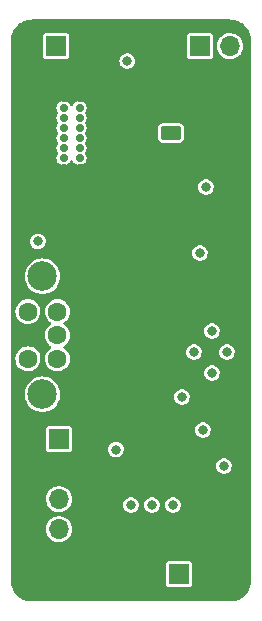
<source format=gbr>
%TF.GenerationSoftware,KiCad,Pcbnew,(6.0.7)*%
%TF.CreationDate,2022-10-01T16:55:56-07:00*%
%TF.ProjectId,dso150_mod,64736f31-3530-45f6-9d6f-642e6b696361,1.0*%
%TF.SameCoordinates,Original*%
%TF.FileFunction,Copper,L2,Inr*%
%TF.FilePolarity,Positive*%
%FSLAX46Y46*%
G04 Gerber Fmt 4.6, Leading zero omitted, Abs format (unit mm)*
G04 Created by KiCad (PCBNEW (6.0.7)) date 2022-10-01 16:55:56*
%MOMM*%
%LPD*%
G01*
G04 APERTURE LIST*
G04 Aperture macros list*
%AMRoundRect*
0 Rectangle with rounded corners*
0 $1 Rounding radius*
0 $2 $3 $4 $5 $6 $7 $8 $9 X,Y pos of 4 corners*
0 Add a 4 corners polygon primitive as box body*
4,1,4,$2,$3,$4,$5,$6,$7,$8,$9,$2,$3,0*
0 Add four circle primitives for the rounded corners*
1,1,$1+$1,$2,$3*
1,1,$1+$1,$4,$5*
1,1,$1+$1,$6,$7*
1,1,$1+$1,$8,$9*
0 Add four rect primitives between the rounded corners*
20,1,$1+$1,$2,$3,$4,$5,0*
20,1,$1+$1,$4,$5,$6,$7,0*
20,1,$1+$1,$6,$7,$8,$9,0*
20,1,$1+$1,$8,$9,$2,$3,0*%
G04 Aperture macros list end*
%TA.AperFunction,ComponentPad*%
%ADD10R,1.700000X1.700000*%
%TD*%
%TA.AperFunction,ComponentPad*%
%ADD11O,1.700000X1.700000*%
%TD*%
%TA.AperFunction,ComponentPad*%
%ADD12RoundRect,0.250000X0.625000X-0.350000X0.625000X0.350000X-0.625000X0.350000X-0.625000X-0.350000X0*%
%TD*%
%TA.AperFunction,ComponentPad*%
%ADD13O,1.750000X1.200000*%
%TD*%
%TA.AperFunction,ComponentPad*%
%ADD14C,2.500000*%
%TD*%
%TA.AperFunction,ComponentPad*%
%ADD15C,1.600000*%
%TD*%
%TA.AperFunction,ComponentPad*%
%ADD16C,0.700000*%
%TD*%
%TA.AperFunction,ComponentPad*%
%ADD17O,2.400000X0.900000*%
%TD*%
%TA.AperFunction,ComponentPad*%
%ADD18O,1.700000X0.900000*%
%TD*%
%TA.AperFunction,ViaPad*%
%ADD19C,0.800000*%
%TD*%
G04 APERTURE END LIST*
D10*
%TO.N,/D+*%
%TO.C,J2*%
X155443000Y-75692000D03*
D11*
%TO.N,/D-*%
X157983000Y-75692000D03*
%TD*%
D12*
%TO.N,+BATT*%
%TO.C,J3*%
X152998000Y-83042000D03*
D13*
%TO.N,GND*%
X152998000Y-81042000D03*
%TD*%
D14*
%TO.N,*%
%TO.C,SW1*%
X142113000Y-95171000D03*
X142113000Y-105171000D03*
D15*
%TO.N,Net-(SW1-Pad1)*%
X143383000Y-98171000D03*
%TO.N,+9V*%
X143383000Y-100171000D03*
%TO.N,unconnected-(SW1-Pad3)*%
X143383000Y-102171000D03*
%TO.N,unconnected-(SW1-Pad4)*%
X140883000Y-98171000D03*
%TO.N,GND*%
X140883000Y-100171000D03*
%TO.N,Net-(R8-Pad2)*%
X140883000Y-102171000D03*
%TD*%
D16*
%TO.N,GND*%
%TO.C,J1*%
X145249000Y-80083000D03*
%TO.N,+5V*%
X145249000Y-80933000D03*
%TO.N,Net-(J1-PadA5)*%
X145249000Y-81783000D03*
%TO.N,/D+*%
X145249000Y-82633000D03*
%TO.N,/D-*%
X145249000Y-83483000D03*
%TO.N,unconnected-(J1-PadA8)*%
X145249000Y-84333000D03*
%TO.N,+5V*%
X145249000Y-85183000D03*
%TO.N,GND*%
X145249000Y-86033000D03*
X143899000Y-86033000D03*
%TO.N,+5V*%
X143899000Y-85183000D03*
%TO.N,Net-(J1-PadB5)*%
X143899000Y-84333000D03*
%TO.N,/D+*%
X143899000Y-83483000D03*
%TO.N,/D-*%
X143899000Y-82633000D03*
%TO.N,unconnected-(J1-PadB8)*%
X143899000Y-81783000D03*
%TO.N,+5V*%
X143899000Y-80933000D03*
%TO.N,GND*%
X143899000Y-80083000D03*
D17*
X144269000Y-87383000D03*
D18*
X140889000Y-78733000D03*
X140889000Y-87383000D03*
D17*
X144269000Y-78733000D03*
%TD*%
D10*
%TO.N,unconnected-(J6-Pad1)*%
%TO.C,J6*%
X143256000Y-75692000D03*
%TD*%
%TO.N,Net-(SW1-Pad1)*%
%TO.C,J4*%
X153670000Y-120396000D03*
D11*
%TO.N,GND*%
X156210000Y-120396000D03*
%TD*%
D10*
%TO.N,+3.3V*%
%TO.C,J5*%
X143510000Y-108976000D03*
D11*
%TO.N,GND*%
X143510000Y-111516000D03*
%TO.N,unconnected-(J5-Pad3)*%
X143510000Y-114056000D03*
%TO.N,unconnected-(J5-Pad4)*%
X143510000Y-116596000D03*
%TD*%
D19*
%TO.N,+5V*%
X141732000Y-92227500D03*
X155956000Y-87630000D03*
%TO.N,GND*%
X152400000Y-105410000D03*
X151384000Y-93218000D03*
X150368000Y-87630000D03*
X148336000Y-111760000D03*
X148907000Y-80518000D03*
X155956000Y-91694000D03*
X148907000Y-86106000D03*
X154940000Y-114554000D03*
%TO.N,+BATT*%
X155448000Y-93218000D03*
X154940000Y-101600000D03*
X157734000Y-101600000D03*
X156464000Y-99822000D03*
X153924000Y-105410000D03*
X156464000Y-103378000D03*
X155702000Y-108204000D03*
%TO.N,+9V*%
X149606000Y-114554000D03*
X153162000Y-114554000D03*
X148336000Y-109858000D03*
X151384000Y-114554000D03*
%TO.N,+3.3V*%
X149289000Y-76962000D03*
%TO.N,Net-(R8-Pad2)*%
X157480000Y-111252000D03*
%TD*%
%TA.AperFunction,Conductor*%
%TO.N,GND*%
G36*
X158007103Y-73440921D02*
G01*
X158020000Y-73443486D01*
X158032172Y-73441065D01*
X158044579Y-73441065D01*
X158044579Y-73441705D01*
X158055358Y-73441029D01*
X158239248Y-73454181D01*
X158259420Y-73455624D01*
X158277214Y-73458182D01*
X158502960Y-73507290D01*
X158520209Y-73512355D01*
X158575356Y-73532923D01*
X158736670Y-73593090D01*
X158753017Y-73600556D01*
X158955782Y-73711275D01*
X158970905Y-73720994D01*
X159155848Y-73859441D01*
X159169434Y-73871214D01*
X159332786Y-74034566D01*
X159344559Y-74048152D01*
X159483006Y-74233095D01*
X159492725Y-74248218D01*
X159603444Y-74450983D01*
X159610910Y-74467330D01*
X159655241Y-74586187D01*
X159691645Y-74683791D01*
X159696710Y-74701040D01*
X159745818Y-74926786D01*
X159748376Y-74944580D01*
X159760752Y-75117609D01*
X159762971Y-75148639D01*
X159762295Y-75159421D01*
X159762935Y-75159421D01*
X159762935Y-75171828D01*
X159760514Y-75184000D01*
X159762935Y-75196170D01*
X159763079Y-75196894D01*
X159765500Y-75221476D01*
X159765500Y-120930524D01*
X159763079Y-120955103D01*
X159760514Y-120968000D01*
X159762935Y-120980172D01*
X159762935Y-120992579D01*
X159762295Y-120992579D01*
X159762971Y-121003361D01*
X159748376Y-121207420D01*
X159745818Y-121225214D01*
X159696710Y-121450960D01*
X159691645Y-121468209D01*
X159679602Y-121500499D01*
X159610910Y-121684670D01*
X159603444Y-121701017D01*
X159492725Y-121903782D01*
X159483006Y-121918905D01*
X159344559Y-122103848D01*
X159332786Y-122117434D01*
X159169434Y-122280786D01*
X159155848Y-122292559D01*
X158970905Y-122431006D01*
X158955782Y-122440725D01*
X158753017Y-122551444D01*
X158736670Y-122558910D01*
X158575356Y-122619077D01*
X158520209Y-122639645D01*
X158502960Y-122644710D01*
X158277214Y-122693818D01*
X158259420Y-122696376D01*
X158239248Y-122697819D01*
X158055358Y-122710971D01*
X158044579Y-122710295D01*
X158044579Y-122710935D01*
X158032172Y-122710935D01*
X158020000Y-122708514D01*
X158007103Y-122711079D01*
X157982524Y-122713500D01*
X141229476Y-122713500D01*
X141204897Y-122711079D01*
X141192000Y-122708514D01*
X141179828Y-122710935D01*
X141167421Y-122710935D01*
X141167421Y-122710295D01*
X141156642Y-122710971D01*
X140972752Y-122697819D01*
X140952580Y-122696376D01*
X140934786Y-122693818D01*
X140709040Y-122644710D01*
X140691791Y-122639645D01*
X140636644Y-122619077D01*
X140475330Y-122558910D01*
X140458983Y-122551444D01*
X140256218Y-122440725D01*
X140241095Y-122431006D01*
X140056152Y-122292559D01*
X140042566Y-122280786D01*
X139879214Y-122117434D01*
X139867441Y-122103848D01*
X139728994Y-121918905D01*
X139719275Y-121903782D01*
X139608556Y-121701017D01*
X139601090Y-121684670D01*
X139532398Y-121500499D01*
X139520355Y-121468209D01*
X139515290Y-121450960D01*
X139466182Y-121225214D01*
X139463624Y-121207420D01*
X139449029Y-121003361D01*
X139449705Y-120992579D01*
X139449065Y-120992579D01*
X139449065Y-120980172D01*
X139451486Y-120968000D01*
X139448921Y-120955103D01*
X139446500Y-120930524D01*
X139446500Y-119520933D01*
X152565500Y-119520933D01*
X152565501Y-121271066D01*
X152580266Y-121345301D01*
X152636516Y-121429484D01*
X152720699Y-121485734D01*
X152794933Y-121500500D01*
X153669858Y-121500500D01*
X154545066Y-121500499D01*
X154580818Y-121493388D01*
X154607126Y-121488156D01*
X154607128Y-121488155D01*
X154619301Y-121485734D01*
X154629621Y-121478839D01*
X154629622Y-121478838D01*
X154693168Y-121436377D01*
X154703484Y-121429484D01*
X154759734Y-121345301D01*
X154774500Y-121271067D01*
X154774499Y-119520934D01*
X154759734Y-119446699D01*
X154703484Y-119362516D01*
X154619301Y-119306266D01*
X154545067Y-119291500D01*
X153670142Y-119291500D01*
X152794934Y-119291501D01*
X152759182Y-119298612D01*
X152732874Y-119303844D01*
X152732872Y-119303845D01*
X152720699Y-119306266D01*
X152710379Y-119313161D01*
X152710378Y-119313162D01*
X152649985Y-119353516D01*
X152636516Y-119362516D01*
X152580266Y-119446699D01*
X152565500Y-119520933D01*
X139446500Y-119520933D01*
X139446500Y-116566964D01*
X142401148Y-116566964D01*
X142414424Y-116769522D01*
X142415845Y-116775118D01*
X142415846Y-116775123D01*
X142436119Y-116854945D01*
X142464392Y-116966269D01*
X142466809Y-116971512D01*
X142504010Y-117052208D01*
X142549377Y-117150616D01*
X142666533Y-117316389D01*
X142811938Y-117458035D01*
X142980720Y-117570812D01*
X142986023Y-117573090D01*
X142986026Y-117573092D01*
X143074707Y-117611192D01*
X143167228Y-117650942D01*
X143240244Y-117667464D01*
X143359579Y-117694467D01*
X143359584Y-117694468D01*
X143365216Y-117695742D01*
X143370987Y-117695969D01*
X143370989Y-117695969D01*
X143430756Y-117698317D01*
X143568053Y-117703712D01*
X143668499Y-117689148D01*
X143763231Y-117675413D01*
X143763236Y-117675412D01*
X143768945Y-117674584D01*
X143774409Y-117672729D01*
X143774414Y-117672728D01*
X143955693Y-117611192D01*
X143955698Y-117611190D01*
X143961165Y-117609334D01*
X144138276Y-117510147D01*
X144200934Y-117458035D01*
X144289913Y-117384031D01*
X144294345Y-117380345D01*
X144424147Y-117224276D01*
X144523334Y-117047165D01*
X144525190Y-117041698D01*
X144525192Y-117041693D01*
X144586728Y-116860414D01*
X144586729Y-116860409D01*
X144588584Y-116854945D01*
X144589412Y-116849236D01*
X144589413Y-116849231D01*
X144617179Y-116657727D01*
X144617712Y-116654053D01*
X144619232Y-116596000D01*
X144600658Y-116393859D01*
X144599090Y-116388299D01*
X144547125Y-116204046D01*
X144547124Y-116204044D01*
X144545557Y-116198487D01*
X144534978Y-116177033D01*
X144458331Y-116021609D01*
X144455776Y-116016428D01*
X144334320Y-115853779D01*
X144185258Y-115715987D01*
X144180375Y-115712906D01*
X144180371Y-115712903D01*
X144018464Y-115610748D01*
X144013581Y-115607667D01*
X143825039Y-115532446D01*
X143819379Y-115531320D01*
X143819375Y-115531319D01*
X143631613Y-115493971D01*
X143631610Y-115493971D01*
X143625946Y-115492844D01*
X143620171Y-115492768D01*
X143620167Y-115492768D01*
X143518793Y-115491441D01*
X143422971Y-115490187D01*
X143417274Y-115491166D01*
X143417273Y-115491166D01*
X143228607Y-115523585D01*
X143222910Y-115524564D01*
X143032463Y-115594824D01*
X142858010Y-115698612D01*
X142853670Y-115702418D01*
X142853666Y-115702421D01*
X142833723Y-115719911D01*
X142705392Y-115832455D01*
X142579720Y-115991869D01*
X142577031Y-115996980D01*
X142577029Y-115996983D01*
X142564073Y-116021609D01*
X142485203Y-116171515D01*
X142425007Y-116365378D01*
X142401148Y-116566964D01*
X139446500Y-116566964D01*
X139446500Y-114026964D01*
X142401148Y-114026964D01*
X142414424Y-114229522D01*
X142415845Y-114235118D01*
X142415846Y-114235123D01*
X142458806Y-114404273D01*
X142464392Y-114426269D01*
X142466809Y-114431512D01*
X142527740Y-114563682D01*
X142549377Y-114610616D01*
X142552710Y-114615332D01*
X142634947Y-114731695D01*
X142666533Y-114776389D01*
X142811938Y-114918035D01*
X142980720Y-115030812D01*
X142986023Y-115033090D01*
X142986026Y-115033092D01*
X143161921Y-115108662D01*
X143167228Y-115110942D01*
X143240244Y-115127464D01*
X143359579Y-115154467D01*
X143359584Y-115154468D01*
X143365216Y-115155742D01*
X143370987Y-115155969D01*
X143370989Y-115155969D01*
X143430756Y-115158317D01*
X143568053Y-115163712D01*
X143668499Y-115149148D01*
X143763231Y-115135413D01*
X143763236Y-115135412D01*
X143768945Y-115134584D01*
X143774409Y-115132729D01*
X143774414Y-115132728D01*
X143955693Y-115071192D01*
X143955698Y-115071190D01*
X143961165Y-115069334D01*
X144138276Y-114970147D01*
X144200934Y-114918035D01*
X144289913Y-114844031D01*
X144294345Y-114840345D01*
X144396835Y-114717115D01*
X144420453Y-114688718D01*
X144420455Y-114688715D01*
X144424147Y-114684276D01*
X144500972Y-114547096D01*
X148946729Y-114547096D01*
X148953163Y-114605371D01*
X148962365Y-114688718D01*
X148964113Y-114704553D01*
X148966723Y-114711684D01*
X148966723Y-114711686D01*
X148991878Y-114780424D01*
X149018553Y-114853319D01*
X149022789Y-114859622D01*
X149022789Y-114859623D01*
X149098957Y-114972972D01*
X149106908Y-114984805D01*
X149112527Y-114989918D01*
X149112528Y-114989919D01*
X149157469Y-115030812D01*
X149224076Y-115091419D01*
X149363293Y-115167008D01*
X149516522Y-115207207D01*
X149600477Y-115208526D01*
X149667319Y-115209576D01*
X149667322Y-115209576D01*
X149674916Y-115209695D01*
X149829332Y-115174329D01*
X149912047Y-115132728D01*
X149964072Y-115106563D01*
X149964075Y-115106561D01*
X149970855Y-115103151D01*
X149976626Y-115098222D01*
X149976629Y-115098220D01*
X150085536Y-115005204D01*
X150085536Y-115005203D01*
X150091314Y-115000269D01*
X150183755Y-114871624D01*
X150242842Y-114724641D01*
X150249305Y-114679231D01*
X150264581Y-114571891D01*
X150264581Y-114571888D01*
X150265162Y-114567807D01*
X150265307Y-114554000D01*
X150264472Y-114547096D01*
X150724729Y-114547096D01*
X150731163Y-114605371D01*
X150740365Y-114688718D01*
X150742113Y-114704553D01*
X150744723Y-114711684D01*
X150744723Y-114711686D01*
X150769878Y-114780424D01*
X150796553Y-114853319D01*
X150800789Y-114859622D01*
X150800789Y-114859623D01*
X150876957Y-114972972D01*
X150884908Y-114984805D01*
X150890527Y-114989918D01*
X150890528Y-114989919D01*
X150935469Y-115030812D01*
X151002076Y-115091419D01*
X151141293Y-115167008D01*
X151294522Y-115207207D01*
X151378477Y-115208526D01*
X151445319Y-115209576D01*
X151445322Y-115209576D01*
X151452916Y-115209695D01*
X151607332Y-115174329D01*
X151690047Y-115132728D01*
X151742072Y-115106563D01*
X151742075Y-115106561D01*
X151748855Y-115103151D01*
X151754626Y-115098222D01*
X151754629Y-115098220D01*
X151863536Y-115005204D01*
X151863536Y-115005203D01*
X151869314Y-115000269D01*
X151961755Y-114871624D01*
X152020842Y-114724641D01*
X152027305Y-114679231D01*
X152042581Y-114571891D01*
X152042581Y-114571888D01*
X152043162Y-114567807D01*
X152043307Y-114554000D01*
X152042472Y-114547096D01*
X152502729Y-114547096D01*
X152509163Y-114605371D01*
X152518365Y-114688718D01*
X152520113Y-114704553D01*
X152522723Y-114711684D01*
X152522723Y-114711686D01*
X152547878Y-114780424D01*
X152574553Y-114853319D01*
X152578789Y-114859622D01*
X152578789Y-114859623D01*
X152654957Y-114972972D01*
X152662908Y-114984805D01*
X152668527Y-114989918D01*
X152668528Y-114989919D01*
X152713469Y-115030812D01*
X152780076Y-115091419D01*
X152919293Y-115167008D01*
X153072522Y-115207207D01*
X153156477Y-115208526D01*
X153223319Y-115209576D01*
X153223322Y-115209576D01*
X153230916Y-115209695D01*
X153385332Y-115174329D01*
X153468047Y-115132728D01*
X153520072Y-115106563D01*
X153520075Y-115106561D01*
X153526855Y-115103151D01*
X153532626Y-115098222D01*
X153532629Y-115098220D01*
X153641536Y-115005204D01*
X153641536Y-115005203D01*
X153647314Y-115000269D01*
X153739755Y-114871624D01*
X153798842Y-114724641D01*
X153805305Y-114679231D01*
X153820581Y-114571891D01*
X153820581Y-114571888D01*
X153821162Y-114567807D01*
X153821307Y-114554000D01*
X153802276Y-114396733D01*
X153746280Y-114248546D01*
X153656553Y-114117992D01*
X153538275Y-114012611D01*
X153530889Y-114008700D01*
X153404988Y-113942039D01*
X153404989Y-113942039D01*
X153398274Y-113938484D01*
X153244633Y-113899892D01*
X153237034Y-113899852D01*
X153237033Y-113899852D01*
X153171181Y-113899507D01*
X153086221Y-113899062D01*
X153078841Y-113900834D01*
X153078839Y-113900834D01*
X152939563Y-113934271D01*
X152939560Y-113934272D01*
X152932184Y-113936043D01*
X152791414Y-114008700D01*
X152672039Y-114112838D01*
X152580950Y-114242444D01*
X152523406Y-114390037D01*
X152522414Y-114397570D01*
X152522414Y-114397571D01*
X152519373Y-114420674D01*
X152502729Y-114547096D01*
X152042472Y-114547096D01*
X152024276Y-114396733D01*
X151968280Y-114248546D01*
X151878553Y-114117992D01*
X151760275Y-114012611D01*
X151752889Y-114008700D01*
X151626988Y-113942039D01*
X151626989Y-113942039D01*
X151620274Y-113938484D01*
X151466633Y-113899892D01*
X151459034Y-113899852D01*
X151459033Y-113899852D01*
X151393181Y-113899507D01*
X151308221Y-113899062D01*
X151300841Y-113900834D01*
X151300839Y-113900834D01*
X151161563Y-113934271D01*
X151161560Y-113934272D01*
X151154184Y-113936043D01*
X151013414Y-114008700D01*
X150894039Y-114112838D01*
X150802950Y-114242444D01*
X150745406Y-114390037D01*
X150744414Y-114397570D01*
X150744414Y-114397571D01*
X150741373Y-114420674D01*
X150724729Y-114547096D01*
X150264472Y-114547096D01*
X150246276Y-114396733D01*
X150190280Y-114248546D01*
X150100553Y-114117992D01*
X149982275Y-114012611D01*
X149974889Y-114008700D01*
X149848988Y-113942039D01*
X149848989Y-113942039D01*
X149842274Y-113938484D01*
X149688633Y-113899892D01*
X149681034Y-113899852D01*
X149681033Y-113899852D01*
X149615181Y-113899507D01*
X149530221Y-113899062D01*
X149522841Y-113900834D01*
X149522839Y-113900834D01*
X149383563Y-113934271D01*
X149383560Y-113934272D01*
X149376184Y-113936043D01*
X149235414Y-114008700D01*
X149116039Y-114112838D01*
X149024950Y-114242444D01*
X148967406Y-114390037D01*
X148966414Y-114397570D01*
X148966414Y-114397571D01*
X148963373Y-114420674D01*
X148946729Y-114547096D01*
X144500972Y-114547096D01*
X144523334Y-114507165D01*
X144525190Y-114501698D01*
X144525192Y-114501693D01*
X144586728Y-114320414D01*
X144586729Y-114320409D01*
X144588584Y-114314945D01*
X144589412Y-114309236D01*
X144589413Y-114309231D01*
X144617179Y-114117727D01*
X144617712Y-114114053D01*
X144619232Y-114056000D01*
X144600658Y-113853859D01*
X144599090Y-113848299D01*
X144547125Y-113664046D01*
X144547124Y-113664044D01*
X144545557Y-113658487D01*
X144534978Y-113637033D01*
X144458331Y-113481609D01*
X144455776Y-113476428D01*
X144334320Y-113313779D01*
X144185258Y-113175987D01*
X144180375Y-113172906D01*
X144180371Y-113172903D01*
X144018464Y-113070748D01*
X144013581Y-113067667D01*
X143825039Y-112992446D01*
X143819379Y-112991320D01*
X143819375Y-112991319D01*
X143631613Y-112953971D01*
X143631610Y-112953971D01*
X143625946Y-112952844D01*
X143620171Y-112952768D01*
X143620167Y-112952768D01*
X143518793Y-112951441D01*
X143422971Y-112950187D01*
X143417274Y-112951166D01*
X143417273Y-112951166D01*
X143228607Y-112983585D01*
X143222910Y-112984564D01*
X143032463Y-113054824D01*
X142858010Y-113158612D01*
X142853670Y-113162418D01*
X142853666Y-113162421D01*
X142833723Y-113179911D01*
X142705392Y-113292455D01*
X142579720Y-113451869D01*
X142577031Y-113456980D01*
X142577029Y-113456983D01*
X142564073Y-113481609D01*
X142485203Y-113631515D01*
X142425007Y-113825378D01*
X142401148Y-114026964D01*
X139446500Y-114026964D01*
X139446500Y-111245096D01*
X156820729Y-111245096D01*
X156838113Y-111402553D01*
X156892553Y-111551319D01*
X156980908Y-111682805D01*
X156986527Y-111687918D01*
X156986528Y-111687919D01*
X156997903Y-111698269D01*
X157098076Y-111789419D01*
X157237293Y-111865008D01*
X157390522Y-111905207D01*
X157474477Y-111906526D01*
X157541319Y-111907576D01*
X157541322Y-111907576D01*
X157548916Y-111907695D01*
X157703332Y-111872329D01*
X157773742Y-111836917D01*
X157838072Y-111804563D01*
X157838075Y-111804561D01*
X157844855Y-111801151D01*
X157850626Y-111796222D01*
X157850629Y-111796220D01*
X157959536Y-111703204D01*
X157959536Y-111703203D01*
X157965314Y-111698269D01*
X158057755Y-111569624D01*
X158116842Y-111422641D01*
X158139162Y-111265807D01*
X158139307Y-111252000D01*
X158120276Y-111094733D01*
X158064280Y-110946546D01*
X157974553Y-110815992D01*
X157856275Y-110710611D01*
X157848889Y-110706700D01*
X157722988Y-110640039D01*
X157722989Y-110640039D01*
X157716274Y-110636484D01*
X157562633Y-110597892D01*
X157555034Y-110597852D01*
X157555033Y-110597852D01*
X157489181Y-110597507D01*
X157404221Y-110597062D01*
X157396841Y-110598834D01*
X157396839Y-110598834D01*
X157257563Y-110632271D01*
X157257560Y-110632272D01*
X157250184Y-110634043D01*
X157109414Y-110706700D01*
X156990039Y-110810838D01*
X156898950Y-110940444D01*
X156841406Y-111088037D01*
X156820729Y-111245096D01*
X139446500Y-111245096D01*
X139446500Y-108100933D01*
X142405500Y-108100933D01*
X142405501Y-109851066D01*
X142420266Y-109925301D01*
X142476516Y-110009484D01*
X142560699Y-110065734D01*
X142634933Y-110080500D01*
X143509858Y-110080500D01*
X144385066Y-110080499D01*
X144420818Y-110073388D01*
X144447126Y-110068156D01*
X144447128Y-110068155D01*
X144459301Y-110065734D01*
X144469621Y-110058839D01*
X144469622Y-110058838D01*
X144533168Y-110016377D01*
X144543484Y-110009484D01*
X144599734Y-109925301D01*
X144614494Y-109851096D01*
X147676729Y-109851096D01*
X147683578Y-109913128D01*
X147693077Y-109999168D01*
X147694113Y-110008553D01*
X147696723Y-110015684D01*
X147696723Y-110015686D01*
X147720442Y-110080500D01*
X147748553Y-110157319D01*
X147836908Y-110288805D01*
X147842527Y-110293918D01*
X147842528Y-110293919D01*
X147853903Y-110304269D01*
X147954076Y-110395419D01*
X148093293Y-110471008D01*
X148246522Y-110511207D01*
X148330477Y-110512526D01*
X148397319Y-110513576D01*
X148397322Y-110513576D01*
X148404916Y-110513695D01*
X148559332Y-110478329D01*
X148629742Y-110442917D01*
X148694072Y-110410563D01*
X148694075Y-110410561D01*
X148700855Y-110407151D01*
X148706626Y-110402222D01*
X148706629Y-110402220D01*
X148815536Y-110309204D01*
X148815536Y-110309203D01*
X148821314Y-110304269D01*
X148913755Y-110175624D01*
X148972842Y-110028641D01*
X148987549Y-109925301D01*
X148994581Y-109875891D01*
X148994581Y-109875888D01*
X148995162Y-109871807D01*
X148995307Y-109858000D01*
X148976276Y-109700733D01*
X148920280Y-109552546D01*
X148830553Y-109421992D01*
X148712275Y-109316611D01*
X148704889Y-109312700D01*
X148578988Y-109246039D01*
X148578989Y-109246039D01*
X148572274Y-109242484D01*
X148418633Y-109203892D01*
X148411034Y-109203852D01*
X148411033Y-109203852D01*
X148345181Y-109203507D01*
X148260221Y-109203062D01*
X148252841Y-109204834D01*
X148252839Y-109204834D01*
X148113563Y-109238271D01*
X148113560Y-109238272D01*
X148106184Y-109240043D01*
X147965414Y-109312700D01*
X147846039Y-109416838D01*
X147754950Y-109546444D01*
X147697406Y-109694037D01*
X147676729Y-109851096D01*
X144614494Y-109851096D01*
X144614500Y-109851067D01*
X144614499Y-108197096D01*
X155042729Y-108197096D01*
X155060113Y-108354553D01*
X155114553Y-108503319D01*
X155202908Y-108634805D01*
X155208527Y-108639918D01*
X155208528Y-108639919D01*
X155219903Y-108650269D01*
X155320076Y-108741419D01*
X155459293Y-108817008D01*
X155612522Y-108857207D01*
X155696477Y-108858526D01*
X155763319Y-108859576D01*
X155763322Y-108859576D01*
X155770916Y-108859695D01*
X155925332Y-108824329D01*
X155995742Y-108788917D01*
X156060072Y-108756563D01*
X156060075Y-108756561D01*
X156066855Y-108753151D01*
X156072626Y-108748222D01*
X156072629Y-108748220D01*
X156181536Y-108655204D01*
X156181536Y-108655203D01*
X156187314Y-108650269D01*
X156279755Y-108521624D01*
X156338842Y-108374641D01*
X156361162Y-108217807D01*
X156361307Y-108204000D01*
X156342276Y-108046733D01*
X156286280Y-107898546D01*
X156196553Y-107767992D01*
X156078275Y-107662611D01*
X156070889Y-107658700D01*
X155944988Y-107592039D01*
X155944989Y-107592039D01*
X155938274Y-107588484D01*
X155784633Y-107549892D01*
X155777034Y-107549852D01*
X155777033Y-107549852D01*
X155711181Y-107549507D01*
X155626221Y-107549062D01*
X155618841Y-107550834D01*
X155618839Y-107550834D01*
X155479563Y-107584271D01*
X155479560Y-107584272D01*
X155472184Y-107586043D01*
X155331414Y-107658700D01*
X155212039Y-107762838D01*
X155120950Y-107892444D01*
X155063406Y-108040037D01*
X155042729Y-108197096D01*
X144614499Y-108197096D01*
X144614499Y-108100934D01*
X144607388Y-108065182D01*
X144602156Y-108038874D01*
X144602155Y-108038872D01*
X144599734Y-108026699D01*
X144543484Y-107942516D01*
X144459301Y-107886266D01*
X144385067Y-107871500D01*
X143510142Y-107871500D01*
X142634934Y-107871501D01*
X142599182Y-107878612D01*
X142572874Y-107883844D01*
X142572872Y-107883845D01*
X142560699Y-107886266D01*
X142550379Y-107893161D01*
X142550378Y-107893162D01*
X142489985Y-107933516D01*
X142476516Y-107942516D01*
X142420266Y-108026699D01*
X142405500Y-108100933D01*
X139446500Y-108100933D01*
X139446500Y-105171000D01*
X140603848Y-105171000D01*
X140622428Y-105407083D01*
X140623582Y-105411890D01*
X140623583Y-105411896D01*
X140657460Y-105553003D01*
X140677711Y-105637354D01*
X140679604Y-105641925D01*
X140679605Y-105641927D01*
X140765832Y-105850095D01*
X140768336Y-105856141D01*
X140892070Y-106058057D01*
X141045868Y-106238132D01*
X141225943Y-106391930D01*
X141427859Y-106515664D01*
X141432429Y-106517557D01*
X141432433Y-106517559D01*
X141642073Y-106604395D01*
X141642075Y-106604396D01*
X141646646Y-106606289D01*
X141726499Y-106625460D01*
X141872104Y-106660417D01*
X141872110Y-106660418D01*
X141876917Y-106661572D01*
X142113000Y-106680152D01*
X142349083Y-106661572D01*
X142353890Y-106660418D01*
X142353896Y-106660417D01*
X142499501Y-106625460D01*
X142579354Y-106606289D01*
X142583925Y-106604396D01*
X142583927Y-106604395D01*
X142793567Y-106517559D01*
X142793571Y-106517557D01*
X142798141Y-106515664D01*
X143000057Y-106391930D01*
X143180132Y-106238132D01*
X143333930Y-106058057D01*
X143457664Y-105856141D01*
X143460169Y-105850095D01*
X143546395Y-105641927D01*
X143546396Y-105641925D01*
X143548289Y-105637354D01*
X143568540Y-105553003D01*
X143602417Y-105411896D01*
X143602418Y-105411890D01*
X143603572Y-105407083D01*
X143603886Y-105403096D01*
X153264729Y-105403096D01*
X153282113Y-105560553D01*
X153336553Y-105709319D01*
X153424908Y-105840805D01*
X153430527Y-105845918D01*
X153430528Y-105845919D01*
X153436735Y-105851567D01*
X153542076Y-105947419D01*
X153681293Y-106023008D01*
X153834522Y-106063207D01*
X153918477Y-106064526D01*
X153985319Y-106065576D01*
X153985322Y-106065576D01*
X153992916Y-106065695D01*
X154147332Y-106030329D01*
X154217742Y-105994917D01*
X154282072Y-105962563D01*
X154282075Y-105962561D01*
X154288855Y-105959151D01*
X154294626Y-105954222D01*
X154294629Y-105954220D01*
X154403536Y-105861204D01*
X154403536Y-105861203D01*
X154409314Y-105856269D01*
X154501755Y-105727624D01*
X154560842Y-105580641D01*
X154583162Y-105423807D01*
X154583307Y-105410000D01*
X154564276Y-105252733D01*
X154508280Y-105104546D01*
X154418553Y-104973992D01*
X154300275Y-104868611D01*
X154292889Y-104864700D01*
X154166988Y-104798039D01*
X154166989Y-104798039D01*
X154160274Y-104794484D01*
X154006633Y-104755892D01*
X153999034Y-104755852D01*
X153999033Y-104755852D01*
X153933181Y-104755507D01*
X153848221Y-104755062D01*
X153840841Y-104756834D01*
X153840839Y-104756834D01*
X153701563Y-104790271D01*
X153701560Y-104790272D01*
X153694184Y-104792043D01*
X153553414Y-104864700D01*
X153434039Y-104968838D01*
X153342950Y-105098444D01*
X153285406Y-105246037D01*
X153264729Y-105403096D01*
X143603886Y-105403096D01*
X143622152Y-105171000D01*
X143603572Y-104934917D01*
X143587654Y-104868611D01*
X143549444Y-104709458D01*
X143548289Y-104704646D01*
X143457664Y-104485859D01*
X143333930Y-104283943D01*
X143180132Y-104103868D01*
X143000057Y-103950070D01*
X142798141Y-103826336D01*
X142793571Y-103824443D01*
X142793567Y-103824441D01*
X142583927Y-103737605D01*
X142583925Y-103737604D01*
X142579354Y-103735711D01*
X142499501Y-103716540D01*
X142353896Y-103681583D01*
X142353890Y-103681582D01*
X142349083Y-103680428D01*
X142113000Y-103661848D01*
X141876917Y-103680428D01*
X141872110Y-103681582D01*
X141872104Y-103681583D01*
X141726499Y-103716540D01*
X141646646Y-103735711D01*
X141642075Y-103737604D01*
X141642073Y-103737605D01*
X141432433Y-103824441D01*
X141432429Y-103824443D01*
X141427859Y-103826336D01*
X141225943Y-103950070D01*
X141045868Y-104103868D01*
X140892070Y-104283943D01*
X140768336Y-104485859D01*
X140677711Y-104704646D01*
X140676556Y-104709458D01*
X140638347Y-104868611D01*
X140622428Y-104934917D01*
X140603848Y-105171000D01*
X139446500Y-105171000D01*
X139446500Y-103371096D01*
X155804729Y-103371096D01*
X155822113Y-103528553D01*
X155876553Y-103677319D01*
X155880789Y-103683622D01*
X155880789Y-103683623D01*
X155917064Y-103737605D01*
X155964908Y-103808805D01*
X155970527Y-103813918D01*
X155970528Y-103813919D01*
X155981903Y-103824269D01*
X156082076Y-103915419D01*
X156221293Y-103991008D01*
X156374522Y-104031207D01*
X156458477Y-104032526D01*
X156525319Y-104033576D01*
X156525322Y-104033576D01*
X156532916Y-104033695D01*
X156687332Y-103998329D01*
X156776891Y-103953286D01*
X156822072Y-103930563D01*
X156822075Y-103930561D01*
X156828855Y-103927151D01*
X156834626Y-103922222D01*
X156834629Y-103922220D01*
X156943536Y-103829204D01*
X156943536Y-103829203D01*
X156949314Y-103824269D01*
X157041755Y-103695624D01*
X157100842Y-103548641D01*
X157123162Y-103391807D01*
X157123307Y-103378000D01*
X157104276Y-103220733D01*
X157048280Y-103072546D01*
X156958553Y-102941992D01*
X156840275Y-102836611D01*
X156832889Y-102832700D01*
X156736735Y-102781789D01*
X156700274Y-102762484D01*
X156546633Y-102723892D01*
X156539034Y-102723852D01*
X156539033Y-102723852D01*
X156473181Y-102723507D01*
X156388221Y-102723062D01*
X156380841Y-102724834D01*
X156380839Y-102724834D01*
X156241563Y-102758271D01*
X156241560Y-102758272D01*
X156234184Y-102760043D01*
X156093414Y-102832700D01*
X155974039Y-102936838D01*
X155882950Y-103066444D01*
X155880190Y-103073524D01*
X155828585Y-103205884D01*
X155825406Y-103214037D01*
X155804729Y-103371096D01*
X139446500Y-103371096D01*
X139446500Y-102156206D01*
X139823501Y-102156206D01*
X139840806Y-102362278D01*
X139897807Y-102561066D01*
X139900625Y-102566548D01*
X139900626Y-102566552D01*
X139989514Y-102739509D01*
X139989517Y-102739513D01*
X139992334Y-102744995D01*
X140120786Y-102907061D01*
X140278271Y-103041091D01*
X140458789Y-103141980D01*
X140655466Y-103205884D01*
X140860809Y-103230370D01*
X140866944Y-103229898D01*
X140866946Y-103229898D01*
X141060856Y-103214977D01*
X141060860Y-103214976D01*
X141066998Y-103214504D01*
X141266178Y-103158892D01*
X141271682Y-103156112D01*
X141271684Y-103156111D01*
X141445262Y-103068431D01*
X141445264Y-103068430D01*
X141450763Y-103065652D01*
X141613722Y-102938334D01*
X141617748Y-102933670D01*
X141617751Y-102933667D01*
X141744819Y-102786457D01*
X141744820Y-102786455D01*
X141748848Y-102781789D01*
X141850995Y-102601979D01*
X141916270Y-102405753D01*
X141942189Y-102200586D01*
X141942602Y-102171000D01*
X141941151Y-102156206D01*
X142323501Y-102156206D01*
X142340806Y-102362278D01*
X142397807Y-102561066D01*
X142400625Y-102566548D01*
X142400626Y-102566552D01*
X142489514Y-102739509D01*
X142489517Y-102739513D01*
X142492334Y-102744995D01*
X142620786Y-102907061D01*
X142778271Y-103041091D01*
X142958789Y-103141980D01*
X143155466Y-103205884D01*
X143360809Y-103230370D01*
X143366944Y-103229898D01*
X143366946Y-103229898D01*
X143560856Y-103214977D01*
X143560860Y-103214976D01*
X143566998Y-103214504D01*
X143766178Y-103158892D01*
X143771682Y-103156112D01*
X143771684Y-103156111D01*
X143945262Y-103068431D01*
X143945264Y-103068430D01*
X143950763Y-103065652D01*
X144113722Y-102938334D01*
X144117748Y-102933670D01*
X144117751Y-102933667D01*
X144244819Y-102786457D01*
X144244820Y-102786455D01*
X144248848Y-102781789D01*
X144350995Y-102601979D01*
X144416270Y-102405753D01*
X144442189Y-102200586D01*
X144442602Y-102171000D01*
X144422422Y-101965189D01*
X144362651Y-101767217D01*
X144283253Y-101617891D01*
X144270070Y-101593096D01*
X154280729Y-101593096D01*
X154298113Y-101750553D01*
X154300723Y-101757684D01*
X154300723Y-101757686D01*
X154302220Y-101761775D01*
X154352553Y-101899319D01*
X154440908Y-102030805D01*
X154446527Y-102035918D01*
X154446528Y-102035919D01*
X154457903Y-102046269D01*
X154558076Y-102137419D01*
X154697293Y-102213008D01*
X154850522Y-102253207D01*
X154934477Y-102254526D01*
X155001319Y-102255576D01*
X155001322Y-102255576D01*
X155008916Y-102255695D01*
X155163332Y-102220329D01*
X155268348Y-102167512D01*
X155298072Y-102152563D01*
X155298075Y-102152561D01*
X155304855Y-102149151D01*
X155310626Y-102144222D01*
X155310629Y-102144220D01*
X155419536Y-102051204D01*
X155419536Y-102051203D01*
X155425314Y-102046269D01*
X155517755Y-101917624D01*
X155576842Y-101770641D01*
X155599162Y-101613807D01*
X155599307Y-101600000D01*
X155598472Y-101593096D01*
X157074729Y-101593096D01*
X157092113Y-101750553D01*
X157094723Y-101757684D01*
X157094723Y-101757686D01*
X157096220Y-101761775D01*
X157146553Y-101899319D01*
X157234908Y-102030805D01*
X157240527Y-102035918D01*
X157240528Y-102035919D01*
X157251903Y-102046269D01*
X157352076Y-102137419D01*
X157491293Y-102213008D01*
X157644522Y-102253207D01*
X157728477Y-102254526D01*
X157795319Y-102255576D01*
X157795322Y-102255576D01*
X157802916Y-102255695D01*
X157957332Y-102220329D01*
X158062348Y-102167512D01*
X158092072Y-102152563D01*
X158092075Y-102152561D01*
X158098855Y-102149151D01*
X158104626Y-102144222D01*
X158104629Y-102144220D01*
X158213536Y-102051204D01*
X158213536Y-102051203D01*
X158219314Y-102046269D01*
X158311755Y-101917624D01*
X158370842Y-101770641D01*
X158393162Y-101613807D01*
X158393307Y-101600000D01*
X158391447Y-101584625D01*
X158375188Y-101450273D01*
X158374276Y-101442733D01*
X158318280Y-101294546D01*
X158248057Y-101192370D01*
X158232855Y-101170251D01*
X158232854Y-101170249D01*
X158228553Y-101163992D01*
X158110275Y-101058611D01*
X158102889Y-101054700D01*
X157976988Y-100988039D01*
X157976989Y-100988039D01*
X157970274Y-100984484D01*
X157816633Y-100945892D01*
X157809034Y-100945852D01*
X157809033Y-100945852D01*
X157743181Y-100945507D01*
X157658221Y-100945062D01*
X157650841Y-100946834D01*
X157650839Y-100946834D01*
X157511563Y-100980271D01*
X157511560Y-100980272D01*
X157504184Y-100982043D01*
X157363414Y-101054700D01*
X157244039Y-101158838D01*
X157152950Y-101288444D01*
X157150190Y-101295524D01*
X157099956Y-101424368D01*
X157095406Y-101436037D01*
X157094414Y-101443570D01*
X157094414Y-101443571D01*
X157076473Y-101579851D01*
X157074729Y-101593096D01*
X155598472Y-101593096D01*
X155597447Y-101584625D01*
X155581188Y-101450273D01*
X155580276Y-101442733D01*
X155524280Y-101294546D01*
X155454057Y-101192370D01*
X155438855Y-101170251D01*
X155438854Y-101170249D01*
X155434553Y-101163992D01*
X155316275Y-101058611D01*
X155308889Y-101054700D01*
X155182988Y-100988039D01*
X155182989Y-100988039D01*
X155176274Y-100984484D01*
X155022633Y-100945892D01*
X155015034Y-100945852D01*
X155015033Y-100945852D01*
X154949181Y-100945507D01*
X154864221Y-100945062D01*
X154856841Y-100946834D01*
X154856839Y-100946834D01*
X154717563Y-100980271D01*
X154717560Y-100980272D01*
X154710184Y-100982043D01*
X154569414Y-101054700D01*
X154450039Y-101158838D01*
X154358950Y-101288444D01*
X154356190Y-101295524D01*
X154305956Y-101424368D01*
X154301406Y-101436037D01*
X154300414Y-101443570D01*
X154300414Y-101443571D01*
X154282473Y-101579851D01*
X154280729Y-101593096D01*
X144270070Y-101593096D01*
X144268459Y-101590067D01*
X144268457Y-101590064D01*
X144265565Y-101584625D01*
X144261674Y-101579855D01*
X144261672Y-101579851D01*
X144138758Y-101429143D01*
X144138755Y-101429140D01*
X144134863Y-101424368D01*
X144127966Y-101418662D01*
X143980271Y-101296478D01*
X143980266Y-101296475D01*
X143975522Y-101292550D01*
X143957410Y-101282757D01*
X143907001Y-101232763D01*
X143891623Y-101163451D01*
X143916159Y-101096829D01*
X143948433Y-101066829D01*
X143950763Y-101065652D01*
X144113722Y-100938334D01*
X144117748Y-100933670D01*
X144117751Y-100933667D01*
X144244819Y-100786457D01*
X144244820Y-100786455D01*
X144248848Y-100781789D01*
X144350995Y-100601979D01*
X144392903Y-100475999D01*
X144414325Y-100411601D01*
X144414326Y-100411598D01*
X144416270Y-100405753D01*
X144442189Y-100200586D01*
X144442602Y-100171000D01*
X144422422Y-99965189D01*
X144377106Y-99815096D01*
X155804729Y-99815096D01*
X155813421Y-99893824D01*
X155820376Y-99956817D01*
X155822113Y-99972553D01*
X155876553Y-100121319D01*
X155880789Y-100127622D01*
X155880789Y-100127623D01*
X155912293Y-100174505D01*
X155964908Y-100252805D01*
X155970527Y-100257918D01*
X155970528Y-100257919D01*
X155981903Y-100268269D01*
X156082076Y-100359419D01*
X156221293Y-100435008D01*
X156374522Y-100475207D01*
X156458477Y-100476526D01*
X156525319Y-100477576D01*
X156525322Y-100477576D01*
X156532916Y-100477695D01*
X156687332Y-100442329D01*
X156760056Y-100405753D01*
X156822072Y-100374563D01*
X156822075Y-100374561D01*
X156828855Y-100371151D01*
X156834626Y-100366222D01*
X156834629Y-100366220D01*
X156943536Y-100273204D01*
X156943536Y-100273203D01*
X156949314Y-100268269D01*
X157041755Y-100139624D01*
X157100842Y-99992641D01*
X157123162Y-99835807D01*
X157123307Y-99822000D01*
X157104276Y-99664733D01*
X157048280Y-99516546D01*
X156982228Y-99420439D01*
X156962855Y-99392251D01*
X156962854Y-99392249D01*
X156958553Y-99385992D01*
X156840275Y-99280611D01*
X156832889Y-99276700D01*
X156715421Y-99214504D01*
X156700274Y-99206484D01*
X156546633Y-99167892D01*
X156539034Y-99167852D01*
X156539033Y-99167852D01*
X156473181Y-99167507D01*
X156388221Y-99167062D01*
X156380841Y-99168834D01*
X156380839Y-99168834D01*
X156241563Y-99202271D01*
X156241560Y-99202272D01*
X156234184Y-99204043D01*
X156093414Y-99276700D01*
X155974039Y-99380838D01*
X155882950Y-99510444D01*
X155825406Y-99658037D01*
X155824414Y-99665570D01*
X155824414Y-99665571D01*
X155810256Y-99773116D01*
X155804729Y-99815096D01*
X144377106Y-99815096D01*
X144362651Y-99767217D01*
X144304383Y-99657631D01*
X144268459Y-99590067D01*
X144268457Y-99590064D01*
X144265565Y-99584625D01*
X144261674Y-99579855D01*
X144261672Y-99579851D01*
X144138758Y-99429143D01*
X144138755Y-99429140D01*
X144134863Y-99424368D01*
X144127966Y-99418662D01*
X143980271Y-99296478D01*
X143980266Y-99296475D01*
X143975522Y-99292550D01*
X143957410Y-99282757D01*
X143907001Y-99232763D01*
X143891623Y-99163451D01*
X143916159Y-99096829D01*
X143948433Y-99066829D01*
X143950763Y-99065652D01*
X144113722Y-98938334D01*
X144117748Y-98933670D01*
X144117751Y-98933667D01*
X144244819Y-98786457D01*
X144244820Y-98786455D01*
X144248848Y-98781789D01*
X144350995Y-98601979D01*
X144416270Y-98405753D01*
X144442189Y-98200586D01*
X144442602Y-98171000D01*
X144422422Y-97965189D01*
X144362651Y-97767217D01*
X144265565Y-97584625D01*
X144261674Y-97579855D01*
X144261672Y-97579851D01*
X144138758Y-97429143D01*
X144138755Y-97429140D01*
X144134863Y-97424368D01*
X144127966Y-97418662D01*
X143980271Y-97296478D01*
X143980266Y-97296475D01*
X143975522Y-97292550D01*
X143970103Y-97289620D01*
X143970100Y-97289618D01*
X143799032Y-97197122D01*
X143799027Y-97197120D01*
X143793612Y-97194192D01*
X143596063Y-97133040D01*
X143589938Y-97132396D01*
X143589937Y-97132396D01*
X143396526Y-97112068D01*
X143396524Y-97112068D01*
X143390397Y-97111424D01*
X143264229Y-97122906D01*
X143190591Y-97129607D01*
X143190590Y-97129607D01*
X143184450Y-97130166D01*
X142986066Y-97188554D01*
X142980601Y-97191411D01*
X142808261Y-97281508D01*
X142808257Y-97281511D01*
X142802801Y-97284363D01*
X142641635Y-97413943D01*
X142508708Y-97572360D01*
X142409082Y-97753578D01*
X142346553Y-97950696D01*
X142323501Y-98156206D01*
X142340806Y-98362278D01*
X142397807Y-98561066D01*
X142400625Y-98566548D01*
X142400626Y-98566552D01*
X142489514Y-98739509D01*
X142489517Y-98739513D01*
X142492334Y-98744995D01*
X142620786Y-98907061D01*
X142778271Y-99041091D01*
X142783647Y-99044095D01*
X142783649Y-99044097D01*
X142811612Y-99059725D01*
X142861318Y-99110419D01*
X142875725Y-99179939D01*
X142850261Y-99246211D01*
X142813043Y-99277562D01*
X142813418Y-99278134D01*
X142808695Y-99281225D01*
X142808520Y-99281372D01*
X142808270Y-99281503D01*
X142808263Y-99281507D01*
X142802801Y-99284363D01*
X142641635Y-99413943D01*
X142508708Y-99572360D01*
X142409082Y-99753578D01*
X142346553Y-99950696D01*
X142345867Y-99956813D01*
X142345866Y-99956817D01*
X142328214Y-100114185D01*
X142323501Y-100156206D01*
X142324743Y-100171000D01*
X142332912Y-100268269D01*
X142340806Y-100362278D01*
X142397807Y-100561066D01*
X142400625Y-100566548D01*
X142400626Y-100566552D01*
X142489514Y-100739509D01*
X142489517Y-100739513D01*
X142492334Y-100744995D01*
X142620786Y-100907061D01*
X142625479Y-100911055D01*
X142625480Y-100911056D01*
X142706808Y-100980271D01*
X142778271Y-101041091D01*
X142783647Y-101044095D01*
X142783649Y-101044097D01*
X142811612Y-101059725D01*
X142861318Y-101110419D01*
X142875725Y-101179939D01*
X142850261Y-101246211D01*
X142813043Y-101277562D01*
X142813418Y-101278134D01*
X142808695Y-101281225D01*
X142808520Y-101281372D01*
X142808270Y-101281503D01*
X142808263Y-101281507D01*
X142802801Y-101284363D01*
X142641635Y-101413943D01*
X142508708Y-101572360D01*
X142409082Y-101753578D01*
X142346553Y-101950696D01*
X142345867Y-101956813D01*
X142345866Y-101956817D01*
X142325608Y-102137419D01*
X142323501Y-102156206D01*
X141941151Y-102156206D01*
X141922422Y-101965189D01*
X141862651Y-101767217D01*
X141783253Y-101617891D01*
X141768459Y-101590067D01*
X141768457Y-101590064D01*
X141765565Y-101584625D01*
X141761674Y-101579855D01*
X141761672Y-101579851D01*
X141638758Y-101429143D01*
X141638755Y-101429140D01*
X141634863Y-101424368D01*
X141627966Y-101418662D01*
X141480271Y-101296478D01*
X141480266Y-101296475D01*
X141475522Y-101292550D01*
X141470101Y-101289619D01*
X141470100Y-101289618D01*
X141299032Y-101197122D01*
X141299027Y-101197120D01*
X141293612Y-101194192D01*
X141096063Y-101133040D01*
X141089938Y-101132396D01*
X141089937Y-101132396D01*
X140896526Y-101112068D01*
X140896524Y-101112068D01*
X140890397Y-101111424D01*
X140764229Y-101122906D01*
X140690591Y-101129607D01*
X140690590Y-101129607D01*
X140684450Y-101130166D01*
X140486066Y-101188554D01*
X140480601Y-101191411D01*
X140308261Y-101281508D01*
X140308257Y-101281511D01*
X140302801Y-101284363D01*
X140141635Y-101413943D01*
X140008708Y-101572360D01*
X139909082Y-101753578D01*
X139846553Y-101950696D01*
X139845867Y-101956813D01*
X139845866Y-101956817D01*
X139825608Y-102137419D01*
X139823501Y-102156206D01*
X139446500Y-102156206D01*
X139446500Y-98156206D01*
X139823501Y-98156206D01*
X139840806Y-98362278D01*
X139897807Y-98561066D01*
X139900625Y-98566548D01*
X139900626Y-98566552D01*
X139989514Y-98739509D01*
X139989517Y-98739513D01*
X139992334Y-98744995D01*
X140120786Y-98907061D01*
X140278271Y-99041091D01*
X140458789Y-99141980D01*
X140655466Y-99205884D01*
X140860809Y-99230370D01*
X140866944Y-99229898D01*
X140866946Y-99229898D01*
X141060856Y-99214977D01*
X141060860Y-99214976D01*
X141066998Y-99214504D01*
X141266178Y-99158892D01*
X141271682Y-99156112D01*
X141271684Y-99156111D01*
X141445262Y-99068431D01*
X141445264Y-99068430D01*
X141450763Y-99065652D01*
X141613722Y-98938334D01*
X141617748Y-98933670D01*
X141617751Y-98933667D01*
X141744819Y-98786457D01*
X141744820Y-98786455D01*
X141748848Y-98781789D01*
X141850995Y-98601979D01*
X141916270Y-98405753D01*
X141942189Y-98200586D01*
X141942602Y-98171000D01*
X141922422Y-97965189D01*
X141862651Y-97767217D01*
X141765565Y-97584625D01*
X141761674Y-97579855D01*
X141761672Y-97579851D01*
X141638758Y-97429143D01*
X141638755Y-97429140D01*
X141634863Y-97424368D01*
X141627966Y-97418662D01*
X141480271Y-97296478D01*
X141480266Y-97296475D01*
X141475522Y-97292550D01*
X141470103Y-97289620D01*
X141470100Y-97289618D01*
X141299032Y-97197122D01*
X141299027Y-97197120D01*
X141293612Y-97194192D01*
X141096063Y-97133040D01*
X141089938Y-97132396D01*
X141089937Y-97132396D01*
X140896526Y-97112068D01*
X140896524Y-97112068D01*
X140890397Y-97111424D01*
X140764229Y-97122906D01*
X140690591Y-97129607D01*
X140690590Y-97129607D01*
X140684450Y-97130166D01*
X140486066Y-97188554D01*
X140480601Y-97191411D01*
X140308261Y-97281508D01*
X140308257Y-97281511D01*
X140302801Y-97284363D01*
X140141635Y-97413943D01*
X140008708Y-97572360D01*
X139909082Y-97753578D01*
X139846553Y-97950696D01*
X139823501Y-98156206D01*
X139446500Y-98156206D01*
X139446500Y-95171000D01*
X140603848Y-95171000D01*
X140622428Y-95407083D01*
X140677711Y-95637354D01*
X140768336Y-95856141D01*
X140892070Y-96058057D01*
X141045868Y-96238132D01*
X141225943Y-96391930D01*
X141427859Y-96515664D01*
X141432429Y-96517557D01*
X141432433Y-96517559D01*
X141642073Y-96604395D01*
X141642075Y-96604396D01*
X141646646Y-96606289D01*
X141726499Y-96625460D01*
X141872104Y-96660417D01*
X141872110Y-96660418D01*
X141876917Y-96661572D01*
X142113000Y-96680152D01*
X142349083Y-96661572D01*
X142353890Y-96660418D01*
X142353896Y-96660417D01*
X142499501Y-96625460D01*
X142579354Y-96606289D01*
X142583925Y-96604396D01*
X142583927Y-96604395D01*
X142793567Y-96517559D01*
X142793571Y-96517557D01*
X142798141Y-96515664D01*
X143000057Y-96391930D01*
X143180132Y-96238132D01*
X143333930Y-96058057D01*
X143457664Y-95856141D01*
X143548289Y-95637354D01*
X143603572Y-95407083D01*
X143622152Y-95171000D01*
X143603572Y-94934917D01*
X143548289Y-94704646D01*
X143457664Y-94485859D01*
X143333930Y-94283943D01*
X143180132Y-94103868D01*
X143000057Y-93950070D01*
X142798141Y-93826336D01*
X142793571Y-93824443D01*
X142793567Y-93824441D01*
X142583927Y-93737605D01*
X142583925Y-93737604D01*
X142579354Y-93735711D01*
X142499501Y-93716540D01*
X142353896Y-93681583D01*
X142353890Y-93681582D01*
X142349083Y-93680428D01*
X142113000Y-93661848D01*
X141876917Y-93680428D01*
X141872110Y-93681582D01*
X141872104Y-93681583D01*
X141726499Y-93716540D01*
X141646646Y-93735711D01*
X141642075Y-93737604D01*
X141642073Y-93737605D01*
X141432433Y-93824441D01*
X141432429Y-93824443D01*
X141427859Y-93826336D01*
X141225943Y-93950070D01*
X141045868Y-94103868D01*
X140892070Y-94283943D01*
X140768336Y-94485859D01*
X140677711Y-94704646D01*
X140622428Y-94934917D01*
X140603848Y-95171000D01*
X139446500Y-95171000D01*
X139446500Y-93211096D01*
X154788729Y-93211096D01*
X154806113Y-93368553D01*
X154860553Y-93517319D01*
X154948908Y-93648805D01*
X154954527Y-93653918D01*
X154954528Y-93653919D01*
X155060460Y-93750309D01*
X155066076Y-93755419D01*
X155205293Y-93831008D01*
X155358522Y-93871207D01*
X155442477Y-93872526D01*
X155509319Y-93873576D01*
X155509322Y-93873576D01*
X155516916Y-93873695D01*
X155671332Y-93838329D01*
X155741742Y-93802917D01*
X155806072Y-93770563D01*
X155806075Y-93770561D01*
X155812855Y-93767151D01*
X155818626Y-93762222D01*
X155818629Y-93762220D01*
X155927536Y-93669204D01*
X155927536Y-93669203D01*
X155933314Y-93664269D01*
X156025755Y-93535624D01*
X156084842Y-93388641D01*
X156107162Y-93231807D01*
X156107307Y-93218000D01*
X156088276Y-93060733D01*
X156032280Y-92912546D01*
X155988966Y-92849524D01*
X155946855Y-92788251D01*
X155946854Y-92788249D01*
X155942553Y-92781992D01*
X155936559Y-92776651D01*
X155829946Y-92681664D01*
X155824275Y-92676611D01*
X155816889Y-92672700D01*
X155690988Y-92606039D01*
X155690989Y-92606039D01*
X155684274Y-92602484D01*
X155530633Y-92563892D01*
X155523034Y-92563852D01*
X155523033Y-92563852D01*
X155457181Y-92563507D01*
X155372221Y-92563062D01*
X155364841Y-92564834D01*
X155364839Y-92564834D01*
X155225563Y-92598271D01*
X155225560Y-92598272D01*
X155218184Y-92600043D01*
X155077414Y-92672700D01*
X155071695Y-92677689D01*
X155067138Y-92681664D01*
X154958039Y-92776838D01*
X154866950Y-92906444D01*
X154809406Y-93054037D01*
X154788729Y-93211096D01*
X139446500Y-93211096D01*
X139446500Y-92220596D01*
X141072729Y-92220596D01*
X141090113Y-92378053D01*
X141144553Y-92526819D01*
X141148789Y-92533122D01*
X141148789Y-92533123D01*
X141196097Y-92603524D01*
X141232908Y-92658305D01*
X141238527Y-92663418D01*
X141238528Y-92663419D01*
X141244902Y-92669219D01*
X141350076Y-92764919D01*
X141489293Y-92840508D01*
X141642522Y-92880707D01*
X141726477Y-92882026D01*
X141793319Y-92883076D01*
X141793322Y-92883076D01*
X141800916Y-92883195D01*
X141955332Y-92847829D01*
X142025742Y-92812417D01*
X142090072Y-92780063D01*
X142090075Y-92780061D01*
X142096855Y-92776651D01*
X142102626Y-92771722D01*
X142102629Y-92771720D01*
X142211536Y-92678704D01*
X142211536Y-92678703D01*
X142217314Y-92673769D01*
X142309755Y-92545124D01*
X142368842Y-92398141D01*
X142391162Y-92241307D01*
X142391307Y-92227500D01*
X142372276Y-92070233D01*
X142316280Y-91922046D01*
X142226553Y-91791492D01*
X142108275Y-91686111D01*
X142100889Y-91682200D01*
X141974988Y-91615539D01*
X141974989Y-91615539D01*
X141968274Y-91611984D01*
X141814633Y-91573392D01*
X141807034Y-91573352D01*
X141807033Y-91573352D01*
X141741181Y-91573007D01*
X141656221Y-91572562D01*
X141648841Y-91574334D01*
X141648839Y-91574334D01*
X141509563Y-91607771D01*
X141509560Y-91607772D01*
X141502184Y-91609543D01*
X141361414Y-91682200D01*
X141242039Y-91786338D01*
X141150950Y-91915944D01*
X141093406Y-92063537D01*
X141072729Y-92220596D01*
X139446500Y-92220596D01*
X139446500Y-87623096D01*
X155296729Y-87623096D01*
X155314113Y-87780553D01*
X155368553Y-87929319D01*
X155456908Y-88060805D01*
X155462527Y-88065918D01*
X155462528Y-88065919D01*
X155473903Y-88076269D01*
X155574076Y-88167419D01*
X155713293Y-88243008D01*
X155866522Y-88283207D01*
X155950477Y-88284526D01*
X156017319Y-88285576D01*
X156017322Y-88285576D01*
X156024916Y-88285695D01*
X156179332Y-88250329D01*
X156249742Y-88214917D01*
X156314072Y-88182563D01*
X156314075Y-88182561D01*
X156320855Y-88179151D01*
X156326626Y-88174222D01*
X156326629Y-88174220D01*
X156435536Y-88081204D01*
X156435536Y-88081203D01*
X156441314Y-88076269D01*
X156533755Y-87947624D01*
X156592842Y-87800641D01*
X156615162Y-87643807D01*
X156615307Y-87630000D01*
X156596276Y-87472733D01*
X156540280Y-87324546D01*
X156450553Y-87193992D01*
X156332275Y-87088611D01*
X156324889Y-87084700D01*
X156198988Y-87018039D01*
X156198989Y-87018039D01*
X156192274Y-87014484D01*
X156038633Y-86975892D01*
X156031034Y-86975852D01*
X156031033Y-86975852D01*
X155965181Y-86975507D01*
X155880221Y-86975062D01*
X155872841Y-86976834D01*
X155872839Y-86976834D01*
X155733563Y-87010271D01*
X155733560Y-87010272D01*
X155726184Y-87012043D01*
X155585414Y-87084700D01*
X155466039Y-87188838D01*
X155374950Y-87318444D01*
X155317406Y-87466037D01*
X155296729Y-87623096D01*
X139446500Y-87623096D01*
X139446500Y-85183000D01*
X143289284Y-85183000D01*
X143310060Y-85340806D01*
X143313218Y-85348430D01*
X143313219Y-85348434D01*
X143340409Y-85414076D01*
X143370970Y-85487858D01*
X143467866Y-85614134D01*
X143594142Y-85711030D01*
X143601772Y-85714190D01*
X143601773Y-85714191D01*
X143733566Y-85768781D01*
X143733570Y-85768782D01*
X143741194Y-85771940D01*
X143899000Y-85792716D01*
X144056806Y-85771940D01*
X144064430Y-85768782D01*
X144064434Y-85768781D01*
X144196227Y-85714191D01*
X144196228Y-85714190D01*
X144203858Y-85711030D01*
X144330134Y-85614134D01*
X144427030Y-85487858D01*
X144457591Y-85414076D01*
X144502139Y-85358794D01*
X144569502Y-85336373D01*
X144638293Y-85353931D01*
X144686672Y-85405893D01*
X144690409Y-85414075D01*
X144720970Y-85487858D01*
X144817866Y-85614134D01*
X144944142Y-85711030D01*
X144951772Y-85714190D01*
X144951773Y-85714191D01*
X145083566Y-85768781D01*
X145083570Y-85768782D01*
X145091194Y-85771940D01*
X145249000Y-85792716D01*
X145406806Y-85771940D01*
X145414430Y-85768782D01*
X145414434Y-85768781D01*
X145546227Y-85714191D01*
X145546228Y-85714190D01*
X145553858Y-85711030D01*
X145680134Y-85614134D01*
X145777030Y-85487858D01*
X145807591Y-85414076D01*
X145834781Y-85348434D01*
X145834782Y-85348430D01*
X145837940Y-85340806D01*
X145858716Y-85183000D01*
X145837940Y-85025194D01*
X145834782Y-85017570D01*
X145834781Y-85017566D01*
X145780191Y-84885773D01*
X145780190Y-84885772D01*
X145777030Y-84878142D01*
X145743697Y-84834703D01*
X145718098Y-84768483D01*
X145732363Y-84698935D01*
X145743695Y-84681300D01*
X145777030Y-84637858D01*
X145807591Y-84564076D01*
X145834781Y-84498434D01*
X145834782Y-84498430D01*
X145837940Y-84490806D01*
X145858716Y-84333000D01*
X145837940Y-84175194D01*
X145834782Y-84167570D01*
X145834781Y-84167566D01*
X145780191Y-84035773D01*
X145780190Y-84035772D01*
X145777030Y-84028142D01*
X145743697Y-83984703D01*
X145718098Y-83918483D01*
X145732363Y-83848935D01*
X145743695Y-83831300D01*
X145777030Y-83787858D01*
X145780191Y-83780227D01*
X145834781Y-83648434D01*
X145834782Y-83648430D01*
X145837940Y-83640806D01*
X145858716Y-83483000D01*
X145853023Y-83439756D01*
X151868500Y-83439756D01*
X151875202Y-83501448D01*
X151925929Y-83636764D01*
X151931309Y-83643943D01*
X151931311Y-83643946D01*
X151942439Y-83658794D01*
X152012596Y-83752404D01*
X152019776Y-83757785D01*
X152121054Y-83833689D01*
X152121057Y-83833691D01*
X152128236Y-83839071D01*
X152217954Y-83872704D01*
X152256157Y-83887026D01*
X152256159Y-83887026D01*
X152263552Y-83889798D01*
X152271402Y-83890651D01*
X152271403Y-83890651D01*
X152321847Y-83896131D01*
X152325244Y-83896500D01*
X153670756Y-83896500D01*
X153674153Y-83896131D01*
X153724597Y-83890651D01*
X153724598Y-83890651D01*
X153732448Y-83889798D01*
X153739841Y-83887026D01*
X153739843Y-83887026D01*
X153778046Y-83872704D01*
X153867764Y-83839071D01*
X153874943Y-83833691D01*
X153874946Y-83833689D01*
X153976224Y-83757785D01*
X153983404Y-83752404D01*
X154053561Y-83658794D01*
X154064689Y-83643946D01*
X154064691Y-83643943D01*
X154070071Y-83636764D01*
X154120798Y-83501448D01*
X154127500Y-83439756D01*
X154127500Y-82644244D01*
X154127131Y-82640847D01*
X154121651Y-82590403D01*
X154121651Y-82590402D01*
X154120798Y-82582552D01*
X154070071Y-82447236D01*
X154064691Y-82440057D01*
X154064689Y-82440054D01*
X153988785Y-82338776D01*
X153983404Y-82331596D01*
X153920836Y-82284704D01*
X153874946Y-82250311D01*
X153874943Y-82250309D01*
X153867764Y-82244929D01*
X153741291Y-82197517D01*
X153739843Y-82196974D01*
X153739841Y-82196974D01*
X153732448Y-82194202D01*
X153724598Y-82193349D01*
X153724597Y-82193349D01*
X153674153Y-82187869D01*
X153674152Y-82187869D01*
X153670756Y-82187500D01*
X152325244Y-82187500D01*
X152321848Y-82187869D01*
X152321847Y-82187869D01*
X152271403Y-82193349D01*
X152271402Y-82193349D01*
X152263552Y-82194202D01*
X152256159Y-82196974D01*
X152256157Y-82196974D01*
X152254709Y-82197517D01*
X152128236Y-82244929D01*
X152121057Y-82250309D01*
X152121054Y-82250311D01*
X152075164Y-82284704D01*
X152012596Y-82331596D01*
X152007215Y-82338776D01*
X151931311Y-82440054D01*
X151931309Y-82440057D01*
X151925929Y-82447236D01*
X151875202Y-82582552D01*
X151874349Y-82590402D01*
X151874349Y-82590403D01*
X151868869Y-82640847D01*
X151868500Y-82644244D01*
X151868500Y-83439756D01*
X145853023Y-83439756D01*
X145837940Y-83325194D01*
X145834782Y-83317570D01*
X145834781Y-83317566D01*
X145780191Y-83185773D01*
X145780190Y-83185772D01*
X145777030Y-83178142D01*
X145743697Y-83134703D01*
X145718098Y-83068483D01*
X145732363Y-82998935D01*
X145743695Y-82981300D01*
X145777030Y-82937858D01*
X145807591Y-82864076D01*
X145834781Y-82798434D01*
X145834782Y-82798430D01*
X145837940Y-82790806D01*
X145858716Y-82633000D01*
X145837940Y-82475194D01*
X145834782Y-82467570D01*
X145834781Y-82467566D01*
X145780191Y-82335773D01*
X145780190Y-82335772D01*
X145777030Y-82328142D01*
X145743697Y-82284703D01*
X145718098Y-82218483D01*
X145732363Y-82148935D01*
X145743695Y-82131300D01*
X145777030Y-82087858D01*
X145807591Y-82014076D01*
X145834781Y-81948434D01*
X145834782Y-81948430D01*
X145837940Y-81940806D01*
X145858716Y-81783000D01*
X145837940Y-81625194D01*
X145834782Y-81617570D01*
X145834781Y-81617566D01*
X145780191Y-81485773D01*
X145780190Y-81485772D01*
X145777030Y-81478142D01*
X145743697Y-81434703D01*
X145718098Y-81368483D01*
X145732363Y-81298935D01*
X145743695Y-81281300D01*
X145777030Y-81237858D01*
X145807591Y-81164076D01*
X145834781Y-81098434D01*
X145834782Y-81098430D01*
X145837940Y-81090806D01*
X145858716Y-80933000D01*
X145837940Y-80775194D01*
X145834782Y-80767570D01*
X145834781Y-80767566D01*
X145780191Y-80635773D01*
X145780190Y-80635772D01*
X145777030Y-80628142D01*
X145680134Y-80501866D01*
X145553858Y-80404970D01*
X145546227Y-80401809D01*
X145414434Y-80347219D01*
X145414430Y-80347218D01*
X145406806Y-80344060D01*
X145249000Y-80323284D01*
X145091194Y-80344060D01*
X145083570Y-80347218D01*
X145083566Y-80347219D01*
X144951773Y-80401809D01*
X144944142Y-80404970D01*
X144817866Y-80501866D01*
X144720970Y-80628142D01*
X144717810Y-80635772D01*
X144717809Y-80635773D01*
X144690409Y-80701924D01*
X144645861Y-80757206D01*
X144578498Y-80779627D01*
X144509707Y-80762069D01*
X144461328Y-80710107D01*
X144457591Y-80701924D01*
X144430191Y-80635773D01*
X144430190Y-80635772D01*
X144427030Y-80628142D01*
X144330134Y-80501866D01*
X144203858Y-80404970D01*
X144196227Y-80401809D01*
X144064434Y-80347219D01*
X144064430Y-80347218D01*
X144056806Y-80344060D01*
X143899000Y-80323284D01*
X143741194Y-80344060D01*
X143733570Y-80347218D01*
X143733566Y-80347219D01*
X143601773Y-80401809D01*
X143594142Y-80404970D01*
X143467866Y-80501866D01*
X143370970Y-80628142D01*
X143367810Y-80635772D01*
X143367809Y-80635773D01*
X143313219Y-80767566D01*
X143313218Y-80767570D01*
X143310060Y-80775194D01*
X143289284Y-80933000D01*
X143310060Y-81090806D01*
X143313218Y-81098430D01*
X143313219Y-81098434D01*
X143340409Y-81164076D01*
X143370970Y-81237858D01*
X143404303Y-81281297D01*
X143429902Y-81347517D01*
X143415637Y-81417065D01*
X143404305Y-81434700D01*
X143370970Y-81478142D01*
X143367810Y-81485772D01*
X143367809Y-81485773D01*
X143313219Y-81617566D01*
X143313218Y-81617570D01*
X143310060Y-81625194D01*
X143289284Y-81783000D01*
X143310060Y-81940806D01*
X143313218Y-81948430D01*
X143313219Y-81948434D01*
X143340409Y-82014076D01*
X143370970Y-82087858D01*
X143404303Y-82131297D01*
X143429902Y-82197517D01*
X143415637Y-82267065D01*
X143404305Y-82284700D01*
X143370970Y-82328142D01*
X143367810Y-82335772D01*
X143367809Y-82335773D01*
X143313219Y-82467566D01*
X143313218Y-82467570D01*
X143310060Y-82475194D01*
X143289284Y-82633000D01*
X143310060Y-82790806D01*
X143313218Y-82798430D01*
X143313219Y-82798434D01*
X143340409Y-82864076D01*
X143370970Y-82937858D01*
X143404303Y-82981297D01*
X143429902Y-83047517D01*
X143415637Y-83117065D01*
X143404305Y-83134700D01*
X143370970Y-83178142D01*
X143367810Y-83185772D01*
X143367809Y-83185773D01*
X143313219Y-83317566D01*
X143313218Y-83317570D01*
X143310060Y-83325194D01*
X143289284Y-83483000D01*
X143310060Y-83640806D01*
X143313218Y-83648430D01*
X143313219Y-83648434D01*
X143367809Y-83780227D01*
X143370970Y-83787858D01*
X143404303Y-83831297D01*
X143429902Y-83897517D01*
X143415637Y-83967065D01*
X143404305Y-83984700D01*
X143370970Y-84028142D01*
X143367810Y-84035772D01*
X143367809Y-84035773D01*
X143313219Y-84167566D01*
X143313218Y-84167570D01*
X143310060Y-84175194D01*
X143289284Y-84333000D01*
X143310060Y-84490806D01*
X143313218Y-84498430D01*
X143313219Y-84498434D01*
X143340409Y-84564076D01*
X143370970Y-84637858D01*
X143404303Y-84681297D01*
X143429902Y-84747517D01*
X143415637Y-84817065D01*
X143404305Y-84834700D01*
X143370970Y-84878142D01*
X143367810Y-84885772D01*
X143367809Y-84885773D01*
X143313219Y-85017566D01*
X143313218Y-85017570D01*
X143310060Y-85025194D01*
X143289284Y-85183000D01*
X139446500Y-85183000D01*
X139446500Y-76955096D01*
X148629729Y-76955096D01*
X148647113Y-77112553D01*
X148701553Y-77261319D01*
X148789908Y-77392805D01*
X148795527Y-77397918D01*
X148795528Y-77397919D01*
X148806903Y-77408269D01*
X148907076Y-77499419D01*
X149046293Y-77575008D01*
X149199522Y-77615207D01*
X149283477Y-77616526D01*
X149350319Y-77617576D01*
X149350322Y-77617576D01*
X149357916Y-77617695D01*
X149512332Y-77582329D01*
X149582742Y-77546917D01*
X149647072Y-77514563D01*
X149647075Y-77514561D01*
X149653855Y-77511151D01*
X149659626Y-77506222D01*
X149659629Y-77506220D01*
X149768536Y-77413204D01*
X149768536Y-77413203D01*
X149774314Y-77408269D01*
X149866755Y-77279624D01*
X149925842Y-77132641D01*
X149948162Y-76975807D01*
X149948307Y-76962000D01*
X149929276Y-76804733D01*
X149873280Y-76656546D01*
X149854435Y-76629126D01*
X149787855Y-76532251D01*
X149787854Y-76532249D01*
X149783553Y-76525992D01*
X149665275Y-76420611D01*
X149657889Y-76416700D01*
X149531988Y-76350039D01*
X149531989Y-76350039D01*
X149525274Y-76346484D01*
X149371633Y-76307892D01*
X149364034Y-76307852D01*
X149364033Y-76307852D01*
X149298181Y-76307507D01*
X149213221Y-76307062D01*
X149205841Y-76308834D01*
X149205839Y-76308834D01*
X149066563Y-76342271D01*
X149066560Y-76342272D01*
X149059184Y-76344043D01*
X148918414Y-76416700D01*
X148799039Y-76520838D01*
X148707950Y-76650444D01*
X148687650Y-76702510D01*
X148659451Y-76774839D01*
X148650406Y-76798037D01*
X148629729Y-76955096D01*
X139446500Y-76955096D01*
X139446500Y-75221476D01*
X139448921Y-75196894D01*
X139449065Y-75196170D01*
X139451486Y-75184000D01*
X139449065Y-75171828D01*
X139449065Y-75159421D01*
X139449705Y-75159421D01*
X139449029Y-75148639D01*
X139451249Y-75117609D01*
X139463624Y-74944580D01*
X139466182Y-74926786D01*
X139490079Y-74816933D01*
X142151500Y-74816933D01*
X142151501Y-76567066D01*
X142166266Y-76641301D01*
X142173161Y-76651620D01*
X142173162Y-76651622D01*
X142213516Y-76712015D01*
X142222516Y-76725484D01*
X142306699Y-76781734D01*
X142380933Y-76796500D01*
X143255858Y-76796500D01*
X144131066Y-76796499D01*
X144166818Y-76789388D01*
X144193126Y-76784156D01*
X144193128Y-76784155D01*
X144205301Y-76781734D01*
X144215621Y-76774839D01*
X144215622Y-76774838D01*
X144279168Y-76732377D01*
X144289484Y-76725484D01*
X144334894Y-76657524D01*
X144338839Y-76651620D01*
X144345734Y-76641301D01*
X144360500Y-76567067D01*
X144360499Y-74816934D01*
X144360499Y-74816933D01*
X154338500Y-74816933D01*
X154338501Y-76567066D01*
X154353266Y-76641301D01*
X154360161Y-76651620D01*
X154360162Y-76651622D01*
X154400516Y-76712015D01*
X154409516Y-76725484D01*
X154493699Y-76781734D01*
X154567933Y-76796500D01*
X155442858Y-76796500D01*
X156318066Y-76796499D01*
X156353818Y-76789388D01*
X156380126Y-76784156D01*
X156380128Y-76784155D01*
X156392301Y-76781734D01*
X156402621Y-76774839D01*
X156402622Y-76774838D01*
X156466168Y-76732377D01*
X156476484Y-76725484D01*
X156521894Y-76657524D01*
X156525839Y-76651620D01*
X156532734Y-76641301D01*
X156547500Y-76567067D01*
X156547499Y-75662964D01*
X156874148Y-75662964D01*
X156887424Y-75865522D01*
X156888845Y-75871118D01*
X156888846Y-75871123D01*
X156909119Y-75950945D01*
X156937392Y-76062269D01*
X156939809Y-76067512D01*
X156977010Y-76148208D01*
X157022377Y-76246616D01*
X157139533Y-76412389D01*
X157284938Y-76554035D01*
X157453720Y-76666812D01*
X157459023Y-76669090D01*
X157459026Y-76669092D01*
X157590283Y-76725484D01*
X157640228Y-76746942D01*
X157713244Y-76763464D01*
X157832579Y-76790467D01*
X157832584Y-76790468D01*
X157838216Y-76791742D01*
X157843987Y-76791969D01*
X157843989Y-76791969D01*
X157903756Y-76794317D01*
X158041053Y-76799712D01*
X158148348Y-76784155D01*
X158236231Y-76771413D01*
X158236236Y-76771412D01*
X158241945Y-76770584D01*
X158247409Y-76768729D01*
X158247414Y-76768728D01*
X158428693Y-76707192D01*
X158428698Y-76707190D01*
X158434165Y-76705334D01*
X158611276Y-76606147D01*
X158650969Y-76573135D01*
X158762913Y-76480031D01*
X158767345Y-76476345D01*
X158824463Y-76407669D01*
X158893453Y-76324718D01*
X158893455Y-76324715D01*
X158897147Y-76320276D01*
X158996334Y-76143165D01*
X158998190Y-76137698D01*
X158998192Y-76137693D01*
X159059728Y-75956414D01*
X159059729Y-75956409D01*
X159061584Y-75950945D01*
X159062412Y-75945236D01*
X159062413Y-75945231D01*
X159090179Y-75753727D01*
X159090712Y-75750053D01*
X159092232Y-75692000D01*
X159073658Y-75489859D01*
X159072090Y-75484299D01*
X159020125Y-75300046D01*
X159020124Y-75300044D01*
X159018557Y-75294487D01*
X159007978Y-75273033D01*
X158931331Y-75117609D01*
X158928776Y-75112428D01*
X158807320Y-74949779D01*
X158658258Y-74811987D01*
X158653375Y-74808906D01*
X158653371Y-74808903D01*
X158491464Y-74706748D01*
X158486581Y-74703667D01*
X158298039Y-74628446D01*
X158292379Y-74627320D01*
X158292375Y-74627319D01*
X158104613Y-74589971D01*
X158104610Y-74589971D01*
X158098946Y-74588844D01*
X158093171Y-74588768D01*
X158093167Y-74588768D01*
X157991793Y-74587441D01*
X157895971Y-74586187D01*
X157890274Y-74587166D01*
X157890273Y-74587166D01*
X157802397Y-74602266D01*
X157695910Y-74620564D01*
X157505463Y-74690824D01*
X157331010Y-74794612D01*
X157326670Y-74798418D01*
X157326666Y-74798421D01*
X157197437Y-74911753D01*
X157178392Y-74928455D01*
X157052720Y-75087869D01*
X157050031Y-75092980D01*
X157050029Y-75092983D01*
X157037073Y-75117609D01*
X156958203Y-75267515D01*
X156898007Y-75461378D01*
X156874148Y-75662964D01*
X156547499Y-75662964D01*
X156547499Y-74816934D01*
X156532734Y-74742699D01*
X156506654Y-74703667D01*
X156483377Y-74668832D01*
X156476484Y-74658516D01*
X156392301Y-74602266D01*
X156318067Y-74587500D01*
X155443142Y-74587500D01*
X154567934Y-74587501D01*
X154532182Y-74594612D01*
X154505874Y-74599844D01*
X154505872Y-74599845D01*
X154493699Y-74602266D01*
X154483379Y-74609161D01*
X154483378Y-74609162D01*
X154432023Y-74643477D01*
X154409516Y-74658516D01*
X154353266Y-74742699D01*
X154338500Y-74816933D01*
X144360499Y-74816933D01*
X144345734Y-74742699D01*
X144319654Y-74703667D01*
X144296377Y-74668832D01*
X144289484Y-74658516D01*
X144205301Y-74602266D01*
X144131067Y-74587500D01*
X143256142Y-74587500D01*
X142380934Y-74587501D01*
X142345182Y-74594612D01*
X142318874Y-74599844D01*
X142318872Y-74599845D01*
X142306699Y-74602266D01*
X142296379Y-74609161D01*
X142296378Y-74609162D01*
X142245023Y-74643477D01*
X142222516Y-74658516D01*
X142166266Y-74742699D01*
X142151500Y-74816933D01*
X139490079Y-74816933D01*
X139515290Y-74701040D01*
X139520355Y-74683791D01*
X139556759Y-74586187D01*
X139601090Y-74467330D01*
X139608556Y-74450983D01*
X139719275Y-74248218D01*
X139728994Y-74233095D01*
X139867441Y-74048152D01*
X139879214Y-74034566D01*
X140042566Y-73871214D01*
X140056152Y-73859441D01*
X140241095Y-73720994D01*
X140256218Y-73711275D01*
X140458983Y-73600556D01*
X140475330Y-73593090D01*
X140636644Y-73532923D01*
X140691791Y-73512355D01*
X140709040Y-73507290D01*
X140934786Y-73458182D01*
X140952580Y-73455624D01*
X140972752Y-73454181D01*
X141156642Y-73441029D01*
X141167421Y-73441705D01*
X141167421Y-73441065D01*
X141179828Y-73441065D01*
X141192000Y-73443486D01*
X141204897Y-73440921D01*
X141229476Y-73438500D01*
X157982524Y-73438500D01*
X158007103Y-73440921D01*
G37*
%TD.AperFunction*%
%TD*%
M02*

</source>
